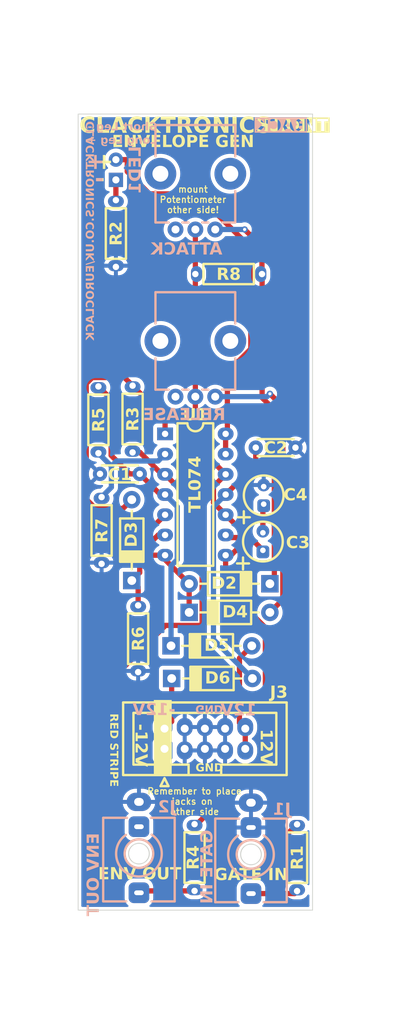
<source format=kicad_pcb>
(kicad_pcb (version 20240108) (generator "pcbnew") (generator_version "8.0")
  (layers (0 "F.Cu" signal) (31 "B.Cu" signal) (34 "B.Paste" user) (35 "F.Paste" user) (36 "B.SilkS" user "B.Silkscreen") (37 "F.SilkS" user "F.Silkscreen") (38 "B.Mask" user) (39 "F.Mask" user) (44 "Edge.Cuts" user))
  (net 0 "")
  (net 1 "-12V")
  (net 2 "GND")
  (net 3 "+12V")
  (net 4 "Net-(U1C-+)")
  (net 5 "Net-(D2-A)")
  (net 6 "Net-(D2-K)")
  (net 7 "Net-(D3-A)")
  (net 8 "Net-(D3-K)")
  (net 9 "Net-(J1-PadT)")
  (net 10 "Net-(D4-A)")
  (net 11 "Net-(LED1-A)")
  (net 12 "Net-(D5-A)")
  (net 13 "Net-(J2-PadT)")
  (net 14 "Net-(C3-Pad2)")
  (net 16 "Net-(U1A--)")
  (net 17 "Net-(U1A-+)")
  (net 18 "Net-(D6-K)")
  (net 19 "Net-(LED1-K)")
  (net 20 "Net-(U1C--)")
  (footprint "BYOM_General:D_TH_DO-41_P10.16mm" (layer "F.Cu") (at 149.38 105 180)
    (property "Reference" "D2" (at 5.775 0 180) (layer "F.SilkS") (effects (font (size 1.5 1.5) (thickness 0.2) (bold yes))))
    (property "Value" "1N5817")
    (fp_line (start 7.8 1.47) (end 7.8 -1.47) (stroke (width 0.3)) (layer "F.SilkS"))
    (fp_line (start 7.8 0) (end 8.75 0) (stroke (width 0.3)) (layer "F.SilkS"))
    (fp_line (start 7.8 -1.47) (end 3.75 -1.5) (stroke (width 0.12)) (layer "F.SilkS"))
    (fp_line (start 7.8 -1.47) (end 2.36 -1.47) (stroke (width 0.3)) (layer "F.SilkS"))
    (fp_line (start 2.36 1.47) (end 7.8 1.47) (stroke (width 0.3)) (layer "F.SilkS"))
    (fp_line (start 2.36 -1.47) (end 2.36 1.47) (stroke (width 0.3)) (layer "F.SilkS"))
    (fp_line (start 1.4 0) (end 2.35 0) (stroke (width 0.3)) (layer "F.SilkS"))
    (fp_poly (pts (xy 2.36 -1.47) (xy 2.36 1.47) (xy 3.75 1.5) (xy 3.75 -1.5)) (stroke (width 0.1)) (fill solid) (layer "F.SilkS"))
    (pad "1" thru_hole rect (at 0 0 180) (size 2.2 2.2) (drill 1.1) (layers "*.Cu" "*.Mask") (net 6 "Net-(D2-K)"))
    (pad "2" thru_hole oval (at 10.16 0 180) (size 2.2 2.2) (drill 1.1) (layers "*.Cu" "*.Mask") (net 5 "Net-(D2-A)"))
  )
  (footprint "BYOM_General:R_Axial_DIN0204_L3.6mm_D1.6mm_P7.62mm_Horizontal" (layer "F.Cu") (at 128.2 102.5 90)
    (property "Reference" "R7" (at 4.191 0.1 90) (layer "F.SilkS") (effects (font (size 1.5 1.5) (thickness 0.2) (bold yes))))
    (property "Value" "10k")
    (fp_line (start 7.366 -1.27) (end 1.016 -1.27) (stroke (width 0.3)) (layer "F.SilkS"))
    (fp_line (start 1.016 -1.27) (end 1.016 1.27) (stroke (width 0.3)) (layer "F.SilkS"))
    (fp_line (start 7.366 1.27) (end 7.366 -1.27) (stroke (width 0.3)) (layer "F.SilkS"))
    (fp_line (start 1.016 1.27) (end 7.366 1.27) (stroke (width 0.3)) (layer "F.SilkS"))
    (pad "1" thru_hole oval (at 0 0 90) (size 1.4 2) (drill 0.8 (offset 0.15 0)) (layers "*.Cu" "*.Mask") (net 2 "GND"))
    (pad "2" thru_hole oval (at 8.382 0 270) (size 1.4 2) (drill 0.8 (offset 0.15 0)) (layers "*.Cu" "*.Mask") (net 16 "Net-(U1A--)"))
  )
  (footprint "BYOM_General:R_Axial_DIN0204_L3.6mm_D1.6mm_P7.62mm_Horizontal" (layer "F.Cu") (at 139.9 135.2 -90)
    (property "Reference" "R4" (at 4.191 0.1 -90) (layer "F.SilkS") (effects (font (size 1.5 1.5) (thickness 0.2) (bold yes))))
    (property "Value" "1k")
    (fp_line (start 1.016 1.27) (end 7.366 1.27) (stroke (width 0.3)) (layer "F.SilkS"))
    (fp_line (start 7.366 1.27) (end 7.366 -1.27) (stroke (width 0.3)) (layer "F.SilkS"))
    (fp_line (start 1.016 -1.27) (end 1.016 1.27) (stroke (width 0.3)) (layer "F.SilkS"))
    (fp_line (start 7.366 -1.27) (end 1.016 -1.27) (stroke (width 0.3)) (layer "F.SilkS"))
    (pad "1" thru_hole oval (at 0 0 270) (size 1.4 2) (drill 0.8 (offset 0.15 0)) (layers "*.Cu" "*.Mask") (net 20 "Net-(U1C--)"))
    (pad "2" thru_hole oval (at 8.382 0 90) (size 1.4 2) (drill 0.8 (offset 0.15 0)) (layers "*.Cu" "*.Mask") (net 13 "Net-(J2-PadT)"))
  )
  (footprint "BYOM_General:D_TH_DO-41_P10.16mm" (layer "F.Cu") (at 132 104.6 90)
    (property "Reference" "D3" (at 5.775 0 90) (layer "F.SilkS") (effects (font (size 1.5 1.5) (thickness 0.2) (bold yes))))
    (property "Value" "1N5817")
    (fp_line (start 7.8 -1.47) (end 3.75 -1.5) (stroke (width 0.12)) (layer "F.SilkS"))
    (fp_line (start 7.8 -1.47) (end 2.36 -1.47) (stroke (width 0.3)) (layer "F.SilkS"))
    (fp_line (start 2.36 -1.47) (end 2.36 1.47) (stroke (width 0.3)) (layer "F.SilkS"))
    (fp_line (start 7.8 0) (end 8.75 0) (stroke (width 0.3)) (layer "F.SilkS"))
    (fp_line (start 1.4 0) (end 2.35 0) (stroke (width 0.3)) (layer "F.SilkS"))
    (fp_line (start 7.8 1.47) (end 7.8 -1.47) (stroke (width 0.3)) (layer "F.SilkS"))
    (fp_line (start 2.36 1.47) (end 7.8 1.47) (stroke (width 0.3)) (layer "F.SilkS"))
    (fp_poly (pts (xy 2.36 -1.47) (xy 2.36 1.47) (xy 3.75 1.5) (xy 3.75 -1.5)) (stroke (width 0.1)) (fill solid) (layer "F.SilkS"))
    (pad "1" thru_hole rect (at 0 0 90) (size 2.2 2.2) (drill 1.1) (layers "*.Cu" "*.Mask") (net 8 "Net-(D3-K)"))
    (pad "2" thru_hole oval (at 10.16 0 90) (size 2.2 2.2) (drill 1.1) (layers "*.Cu" "*.Mask") (net 7 "Net-(D3-A)"))
  )
  (footprint "BYOM_General:R_Axial_DIN0204_L3.6mm_D1.6mm_P7.62mm_Horizontal" (layer "F.Cu") (at 127.8 88.6 90)
    (property "Reference" "R5" (at 4.191 0.1 90) (layer "F.SilkS") (effects (font (size 1.5 1.5) (thickness 0.2) (bold yes))))
    (property "Value" "100k")
    (fp_line (start 7.366 -1.27) (end 1.016 -1.27) (stroke (width 0.3)) (layer "F.SilkS"))
    (fp_line (start 1.016 -1.27) (end 1.016 1.27) (stroke (width 0.3)) (layer "F.SilkS"))
    (fp_line (start 7.366 1.27) (end 7.366 -1.27) (stroke (width 0.3)) (layer "F.SilkS"))
    (fp_line (start 1.016 1.27) (end 7.366 1.27) (stroke (width 0.3)) (layer "F.SilkS"))
    (pad "1" thru_hole oval (at 0 0 90) (size 1.4 2) (drill 0.8 (offset 0.15 0)) (layers "*.Cu" "*.Mask") (net 16 "Net-(U1A--)"))
    (pad "2" thru_hole oval (at 8.382 0 270) (size 1.4 2) (drill 0.8 (offset 0.15 0)) (layers "*.Cu" "*.Mask") (net 3 "+12V"))
  )
  (footprint "BYOM_General:D_TH_DO-41_P10.16mm" (layer "F.Cu") (at 137.02 116.9)
    (property "Reference" "D6" (at 5.775 0 0) (layer "F.SilkS") (effects (font (size 1.5 1.5) (thickness 0.2) (bold yes))))
    (property "Value" "1N5817")
    (fp_line (start 1.4 0) (end 2.35 0) (stroke (width 0.3)) (layer "F.SilkS"))
    (fp_line (start 2.36 -1.47) (end 2.36 1.47) (stroke (width 0.3)) (layer "F.SilkS"))
    (fp_line (start 2.36 1.47) (end 7.8 1.47) (stroke (width 0.3)) (layer "F.SilkS"))
    (fp_line (start 7.8 -1.47) (end 2.36 -1.47) (stroke (width 0.3)) (layer "F.SilkS"))
    (fp_line (start 7.8 -1.47) (end 3.75 -1.5) (stroke (width 0.12)) (layer "F.SilkS"))
    (fp_line (start 7.8 0) (end 8.75 0) (stroke (width 0.3)) (layer "F.SilkS"))
    (fp_line (start 7.8 1.47) (end 7.8 -1.47) (stroke (width 0.3)) (layer "F.SilkS"))
    (fp_poly (pts (xy 2.36 -1.47) (xy 2.36 1.47) (xy 3.75 1.5) (xy 3.75 -1.5)) (stroke (width 0.1)) (fill solid) (layer "F.SilkS"))
    (pad "1" thru_hole rect (at 0 0) (size 2.2 2.2) (drill 1.1) (layers "*.Cu" "*.Mask") (net 18 "Net-(D6-K)"))
    (pad "2" thru_hole oval (at 10.16 0) (size 2.2 2.2) (drill 1.1) (layers "*.Cu" "*.Mask") (net 1 "-12V"))
  )
  (footprint "BYOM_General:R_Axial_DIN0204_L3.6mm_D1.6mm_P7.62mm_Horizontal" (layer "F.Cu") (at 152.8 143.6 90)
    (property "Reference" "R1" (at 4.191 0.1 90) (layer "F.SilkS") (effects (font (size 1.5 1.5) (thickness 0.2) (bold yes))))
    (property "Value" "100k")
    (fp_line (start 7.366 -1.27) (end 1.016 -1.27) (stroke (width 0.3)) (layer "F.SilkS"))
    (fp_line (start 1.016 -1.27) (end 1.016 1.27) (stroke (width 0.3)) (layer "F.SilkS"))
    (fp_line (start 7.366 1.27) (end 7.366 -1.27) (stroke (width 0.3)) (layer "F.SilkS"))
    (fp_line (start 1.016 1.27) (end 7.366 1.27) (stroke (width 0.3)) (layer "F.SilkS"))
    (pad "1" thru_hole oval (at 0 0 90) (size 1.4 2) (drill 0.8 (offset 0.15 0)) (layers "*.Cu" "*.Mask") (net 9 "Net-(J1-PadT)"))
    (pad "2" thru_hole oval (at 8.382 0 270) (size 1.4 2) (drill 0.8 (offset 0.15 0)) (layers "*.Cu" "*.Mask") (net 17 "Net-(U1A-+)"))
  )
  (footprint "BYOM_General:R_Axial_DIN0204_L3.6mm_D1.6mm_P7.62mm_Horizontal" (layer "F.Cu") (at 130 65.2 90)
    (property "Reference" "R2" (at 4.191 0.1 90) (layer "F.SilkS") (effects (font (size 1.5 1.5) (thickness 0.2) (bold yes))))
    (property "Value" "1k")
    (fp_line (start 7.366 -1.27) (end 1.016 -1.27) (stroke (width 0.3)) (layer "F.SilkS"))
    (fp_line (start 1.016 -1.27) (end 1.016 1.27) (stroke (width 0.3)) (layer "F.SilkS"))
    (fp_line (start 7.366 1.27) (end 7.366 -1.27) (stroke (width 0.3)) (layer "F.SilkS"))
    (fp_line (start 1.016 1.27) (end 7.366 1.27) (stroke (width 0.3)) (layer "F.SilkS"))
    (pad "1" thru_hole oval (at 0 0 90) (size 1.4 2) (drill 0.8 (offset 0.15 0)) (layers "*.Cu" "*.Mask") (net 2 "GND"))
    (pad "2" thru_hole oval (at 8.382 0 270) (size 1.4 2) (drill 0.8 (offset 0.15 0)) (layers "*.Cu" "*.Mask") (net 19 "Net-(LED1-K)"))
  )
  (footprint "BYOM_General:C_TH_Disc_P5.00mm" (layer "F.Cu") (at 128 91.2)
    (property "Reference" "C1" (at 2.5 0.15 0) (layer "F.SilkS") (effects (font (size 1.5 1.5) (thickness 0.2) (bold yes))))
    (property "Value" "100n")
    (fp_line (start 0.23 -1.07) (end 0.23 -1.055) (stroke (width 0.12)) (layer "F.SilkS"))
    (fp_line (start 0.23 -1.07) (end 4.77 -1.07) (stroke (width 0.3)) (layer "F.SilkS"))
    (fp_line (start 0.23 1.055) (end 0.23 1.07) (stroke (width 0.12)) (layer "F.SilkS"))
    (fp_line (start 0.23 1.07) (end 4.77 1.07) (stroke (width 0.3)) (layer "F.SilkS"))
    (fp_line (start 4.77 -1.07) (end 4.77 -1.055) (stroke (width 0.12)) (layer "F.SilkS"))
    (fp_line (start 4.77 1.055) (end 4.77 1.07) (stroke (width 0.12)) (layer "F.SilkS"))
    (pad "1" thru_hole circle (at 0 0) (size 1.8 1.8) (drill 0.8) (layers "*.Cu" "*.Mask") (net 2 "GND"))
    (pad "2" thru_hole circle (at 5 0) (size 1.8 1.8) (drill 0.8) (layers "*.Cu" "*.Mask") (net 3 "+12V"))
  )
  (footprint "BYOM_General:D_TH_DO-41_P10.16mm" (layer "F.Cu") (at 139.22 108.6)
    (property "Reference" "D4" (at 5.775 0 0) (layer "F.SilkS") (effects (font (size 1.5 1.5) (thickness 0.2) (bold yes))))
    (property "Value" "1N5817")
    (fp_line (start 1.4 0) (end 2.35 0) (stroke (width 0.3)) (layer "F.SilkS"))
    (fp_line (start 2.36 -1.47) (end 2.36 1.47) (stroke (width 0.3)) (layer "F.SilkS"))
    (fp_line (start 2.36 1.47) (end 7.8 1.47) (stroke (width 0.3)) (layer "F.SilkS"))
    (fp_line (start 7.8 -1.47) (end 2.36 -1.47) (stroke (width 0.3)) (layer "F.SilkS"))
    (fp_line (start 7.8 -1.47) (end 3.75 -1.5) (stroke (width 0.12)) (layer "F.SilkS"))
    (fp_line (start 7.8 0) (end 8.75 0) (stroke (width 0.3)) (layer "F.SilkS"))
    (fp_line (start 7.8 1.47) (end 7.8 -1.47) (stroke (width 0.3)) (layer "F.SilkS"))
    (fp_poly (pts (xy 2.36 -1.47) (xy 2.36 1.47) (xy 3.75 1.5) (xy 3.75 -1.5)) (stroke (width 0.1)) (fill solid) (layer "F.SilkS"))
    (pad "1" thru_hole rect (at 0 0) (size 2.2 2.2) (drill 1.1) (layers "*.Cu" "*.Mask") (net 5 "Net-(D2-A)"))
    (pad "2" thru_hole oval (at 10.16 0) (size 2.2 2.2) (drill 1.1) (layers "*.Cu" "*.Mask") (net 10 "Net-(D4-A)"))
  )
  (footprint "BYOM_General:C_TH_Elec_5mm_P2mm" (layer "F.Cu") (at 148.5 99.7 90)
    (property "Reference" "C3" (at -0.2 4.4 0) (layer "F.SilkS") (effects (font (size 1.5 1.5) (thickness 0.2) (bold yes))))
    (property "Value" "100uF")
    (fp_line (start -2.75 -3.25) (end -2.75 -1.75) (stroke (width 0.3)) (layer "F.SilkS"))
    (fp_line (start -2 -2.5) (end -3.5 -2.5) (stroke (width 0.3)) (layer "F.SilkS"))
    (fp_circle (center 0 0) (end 2.5 0) (stroke (width 0.3)) (fill none) (layer "F.SilkS"))
    (pad "1" thru_hole roundrect (at -1.1 0 270) (size 1.6 1.6) (drill 0.7 (offset 0.2 0)) (layers "*.Cu" "*.Mask") (net 4 "Net-(U1C-+)"))
    (pad "2" thru_hole oval (at 1.1 0 270) (size 1.6 1.6) (drill 0.7 (offset -0.2 0)) (layers "*.Cu" "*.Mask") (net 14 "Net-(C3-Pad2)"))
  )
  (footprint "BYOM_General:D_TH_DO-41_P10.16mm" (layer "F.Cu") (at 136.94 112.8)
    (property "Reference" "D5" (at 5.775 0 0) (layer "F.SilkS") (effects (font (size 1.5 1.5) (thickness 0.2) (bold yes))))
    (property "Value" "1N5817")
    (fp_line (start 1.4 0) (end 2.35 0) (stroke (width 0.3)) (layer "F.SilkS"))
    (fp_line (start 2.36 -1.47) (end 2.36 1.47) (stroke (width 0.3)) (layer "F.SilkS"))
    (fp_line (start 2.36 1.47) (end 7.8 1.47) (stroke (width 0.3)) (layer "F.SilkS"))
    (fp_line (start 7.8 -1.47) (end 2.36 -1.47) (stroke (width 0.3)) (layer "F.SilkS"))
    (fp_line (start 7.8 -1.47) (end 3.75 -1.5) (stroke (width 0.12)) (layer "F.SilkS"))
    (fp_line (start 7.8 0) (end 8.75 0) (stroke (width 0.3)) (layer "F.SilkS"))
    (fp_line (start 7.8 1.47) (end 7.8 -1.47) (stroke (width 0.3)) (layer "F.SilkS"))
    (fp_poly (pts (xy 2.36 -1.47) (xy 2.36 1.47) (xy 3.75 1.5) (xy 3.75 -1.5)) (stroke (width 0.1)) (fill solid) (layer "F.SilkS"))
    (pad "1" thru_hole rect (at 0 0) (size 2.2 2.2) (drill 1.1) (layers "*.Cu" "*.Mask") (net 3 "+12V"))
    (pad "2" thru_hole oval (at 10.16 0) (size 2.2 2.2) (drill 1.1) (layers "*.Cu" "*.Mask") (net 12 "Net-(D5-A)"))
  )
  (footprint "BYOM_General:IDC-Header_2x05_P2.54mm_Vertical" (layer "F.Cu") (at 136.12 125.74 90)
    (property "Reference" "J3" (at 7.04 14.38 180) (layer "F.SilkS") (effects (font (size 1.5 1.5) (thickness 0.2) (bold yes))))
    (property "Value" "IDC 02x05 Header")
    (fp_line (start 5.83 -5.21) (end 5.83 15.37) (stroke (width 0.3)) (layer "F.SilkS"))
    (fp_line (start -3.29 -5.21) (end 5.83 -5.21) (stroke (width 0.3)) (layer "F.SilkS"))
    (fp_line (start 4.52 -3.91) (end 4.52 14.07) (stroke (width 0.3)) (layer "F.SilkS"))
    (fp_line (start -1.98 -3.91) (end 4.52 -3.91) (stroke (width 0.3)) (layer "F.SilkS"))
    (fp_line (start -4.68 -0.5) (end -4.68 0.5) (stroke (width 0.3)) (layer "F.SilkS"))
    (fp_line (start -3.68 0) (end -4.68 -0.5) (stroke (width 0.3)) (layer "F.SilkS"))
    (fp_line (start -4.68 0.5) (end -3.68 0) (stroke (width 0.3)) (layer "F.SilkS"))
    (fp_line (start -1.98 3.03) (end -1.98 -3.91) (stroke (width 0.3)) (layer "F.SilkS"))
    (fp_line (start -3.29 3.03) (end -1.98 3.03) (stroke (width 0.3)) (layer "F.SilkS"))
    (fp_line (start -1.98 7.13) (end -1.98 7.13) (stroke (width 0.3)) (layer "F.SilkS"))
    (fp_line (start -1.98 7.13) (end -3.29 7.13) (stroke (width 0.3)) (layer "F.SilkS"))
    (fp_line (start 4.52 14.07) (end -1.98 14.07) (stroke (width 0.3)) (layer "F.SilkS"))
    (fp_line (start -1.98 14.07) (end -1.98 7.13) (stroke (width 0.3)) (layer "F.SilkS"))
    (fp_line (start 5.83 15.37) (end -3.29 15.37) (stroke (width 0.3)) (layer "F.SilkS"))
    (fp_line (start -3.29 15.37) (end -3.29 -5.21) (stroke (width 0.3)) (layer "F.SilkS"))
    (pad "1" thru_hole roundrect (at 0 0 90) (size 2.3 2) (drill 1 (offset -0.2 0)) (layers "*.Cu" "*.Mask") (roundrect_rratio 0.125) (net 18 "Net-(D6-K)"))
    (pad "2" thru_hole oval (at 2.54 0 90) (size 2.3 2) (drill 1 (offset 0.2 0)) (layers "*.Cu" "*.Mask") (net 18 "Net-(D6-K)"))
    (pad "3" thru_hole oval (at 0 2.54 90) (size 2.3 2) (drill 1 (offset -0.2 0)) (layers "*.Cu" "*.Mask") (net 2 "GND"))
    (pad "4" thru_hole oval (at 2.54 2.54 90) (size 2.3 2) (drill 1 (offset 0.2 0)) (layers "*.Cu" "*.Mask") (net 2 "GND"))
    (pad "5" thru_hole oval (at 0 5.08 90) (size 2.3 2) (drill 1 (offset -0.2 0)) (layers "*.Cu" "*.Mask") (net 2 "GND"))
    (pad "6" thru_hole oval (at 2.54 5.08 90) (size 2.3 2) (drill 1 (offset 0.2 0)) (layers "*.Cu" "*.Mask") (net 2 "GND"))
    (pad "7" thru_hole oval (at 0 7.62 90) (size 2.3 2) (drill 1 (offset -0.2 0)) (layers "*.Cu" "*.Mask") (net 2 "GND"))
    (pad "8" thru_hole oval (at 2.54 7.62 90) (size 2.3 2) (drill 1 (offset 0.2 0)) (layers "*.Cu" "*.Mask") (net 2 "GND"))
    (pad "9" thru_hole oval (at 0 10.16 90) (size 2.3 2) (drill 1 (offset -0.2 0)) (layers "*.Cu" "*.Mask") (net 12 "Net-(D5-A)"))
    (pad "10" thru_hole oval (at 2.54 10.16 90) (size 2.3 2) (drill 1 (offset 0.2 0)) (layers "*.Cu" "*.Mask") (net 12 "Net-(D5-A)"))
  )
  (footprint "BYOM_General:C_TH_Elec_5mm_P2mm" (layer "F.Cu") (at 148.6 93.9 90)
    (property "Reference" "C4" (at 0 4 0) (layer "F.SilkS") (effects (font (size 1.5 1.5) (thickness 0.2) (bold yes))))
    (property "Value" "100uF")
    (fp_line (start -2.75 -3.25) (end -2.75 -1.75) (stroke (width 0.3)) (layer "F.SilkS"))
    (fp_line (start -2 -2.5) (end -3.5 -2.5) (stroke (width 0.3)) (layer "F.SilkS"))
    (fp_circle (center 0 0) (end 2.5 0) (stroke (width 0.3)) (fill none) (layer "F.SilkS"))
    (pad "1" thru_hole roundrect (at -1.1 0 270) (size 1.6 1.6) (drill 0.7 (offset 0.2 0)) (layers "*.Cu" "*.Mask") (net 14 "Net-(C3-Pad2)"))
    (pad "2" thru_hole oval (at 1.1 0 270) (size 1.6 1.6) (drill 0.7 (offset -0.2 0)) (layers "*.Cu" "*.Mask") (net 2 "GND"))
  )
  (footprint "BYOM_General:DIP-14_W7.62mm_LongPads_copy" (layer "F.Cu") (at 136.19 86.175)
    (property "Reference" "U1" (at 3.81 -2.33 0) (layer "F.SilkS") (effects (font (size 1.5 1.5) (thickness 0.2) (bold yes))))
    (property "Value" "TL074")
    (fp_line (start 1.56 -1.33) (end 1.56 16.57) (stroke (width 0.3)) (layer "F.SilkS"))
    (fp_line (start 1.56 16.57) (end 6.06 16.57) (stroke (width 0.3)) (layer "F.SilkS"))
    (fp_line (start 2.81 -1.33) (end 1.56 -1.33) (stroke (width 0.3)) (layer "F.SilkS"))
    (fp_line (start 6.06 -1.33) (end 4.81 -1.33) (stroke (width 0.3)) (layer "F.SilkS"))
    (fp_line (start 6.06 16.57) (end 6.06 -1.33) (stroke (width 0.3)) (layer "F.SilkS"))
    (fp_arc (start 4.81 -1.33) (mid 3.81 -0.33) (end 2.81 -1.33) (stroke (width 0.3)) (layer "F.SilkS"))
    (pad "1" thru_hole rect (at 0 0) (size 2 1.6) (drill 0.8) (layers "*.Cu" "*.Mask") (net 7 "Net-(D3-A)"))
    (pad "2" thru_hole oval (at 0 2.54) (size 2 1.6) (drill 0.8) (layers "*.Cu" "*.Mask") (net 16 "Net-(U1A--)"))
    (pad "3" thru_hole oval (at 0 5.08) (size 2 1.6) (drill 0.8) (layers "*.Cu" "*.Mask") (net 17 "Net-(U1A-+)"))
    (pad "4" thru_hole oval (at 0 7.62) (size 2 1.6) (drill 0.8) (layers "*.Cu" "*.Mask") (net 3 "+12V"))
    (pad "5" thru_hole oval (at 0 10.16) (size 2 1.6) (drill 0.8) (layers "*.Cu" "*.Mask") (net 8 "Net-(D3-K)"))
    (pad "6" thru_hole oval (at 0 12.7) (size 2 1.6) (drill 0.8) (layers "*.Cu" "*.Mask") (net 5 "Net-(D2-A)"))
    (pad "7" thru_hole oval (at 0 15.24) (size 2 1.6) (drill 0.8) (layers "*.Cu" "*.Mask") (net 5 "Net-(D2-A)"))
    (pad "8" thru_hole oval (at 7.62 15.24) (size 2 1.6) (drill 0.8) (layers "*.Cu" "*.Mask") (net 20 "Net-(U1C--)"))
    (pad "9" thru_hole oval (at 7.62 12.7) (size 2 1.6) (drill 0.8) (layers "*.Cu" "*.Mask") (net 20 "Net-(U1C--)"))
    (pad "10" thru_hole oval (at 7.62 10.16) (size 2 1.6) (drill 0.8) (layers "*.Cu" "*.Mask") (net 4 "Net-(U1C-+)"))
    (pad "11" thru_hole oval (at 7.62 7.62) (size 2 1.6) (drill 0.8) (layers "*.Cu" "*.Mask") (net 1 "-12V"))
    (pad "12" thru_hole oval (at 7.62 5.08) (size 2 1.6) (drill 0.8) (layers "*.Cu" "*.Mask") (net 4 "Net-(U1C-+)"))
    (pad "13" thru_hole oval (at 7.62 2.54) (size 2 1.6) (drill 0.8) (layers "*.Cu" "*.Mask") (net 11 "Net-(LED1-A)"))
    (pad "14" thru_hole oval (at 7.62 0) (size 2 1.6) (drill 0.8) (layers "*.Cu" "*.Mask") (net 11 "Net-(LED1-A)"))
  )
  (footprint "BYOM_General:R_Axial_DIN0204_L3.6mm_D1.6mm_P7.62mm_Horizontal" (layer "F.Cu") (at 132.8 116.1 90)
    (property "Reference" "R6" (at 4.191 0.1 90) (layer "F.SilkS") (effects (font (size 1.5 1.5) (thickness 0.2) (bold yes))))
    (property "Value" "100k")
    (fp_line (start 7.366 -1.27) (end 1.016 -1.27) (stroke (width 0.3)) (layer "F.SilkS"))
    (fp_line (start 1.016 -1.27) (end 1.016 1.27) (stroke (width 0.3)) (layer "F.SilkS"))
    (fp_line (start 7.366 1.27) (end 7.366 -1.27) (stroke (width 0.3)) (layer "F.SilkS"))
    (fp_line (start 1.016 1.27) (end 7.366 1.27) (stroke (width 0.3)) (layer "F.SilkS"))
    (pad "1" thru_hole oval (at 0 0 90) (size 1.4 2) (drill 0.8 (offset 0.15 0)) (layers "*.Cu" "*.Mask") (net 2 "GND"))
    (pad "2" thru_hole oval (at 8.382 0 270) (size 1.4 2) (drill 0.8 (offset 0.15 0)) (layers "*.Cu" "*.Mask") (net 8 "Net-(D3-K)"))
  )
  (footprint "BYOM_General:R_Axial_DIN0204_L3.6mm_D1.6mm_P7.62mm_Horizontal" (layer "F.Cu") (at 140 66.1)
    (property "Reference" "R8" (at 4.191 0.1 0) (layer "F.SilkS") (effects (font (size 1.5 1.5) (thickness 0.2) (bold yes))))
    (property "Value" "10k")
    (fp_line (start 1.016 -1.27) (end 1.016 1.27) (stroke (width 0.3)) (layer "F.SilkS"))
    (fp_line (start 1.016 1.27) (end 7.366 1.27) (stroke (width 0.3)) (layer "F.SilkS"))
    (fp_line (start 7.366 -1.27) (end 1.016 -1.27) (stroke (width 0.3)) (layer "F.SilkS"))
    (fp_line (start 7.366 1.27) (end 7.366 -1.27) (stroke (width 0.3)) (layer "F.SilkS"))
    (pad "1" thru_hole oval (at 0 0) (size 1.4 2) (drill 0.8 (offset 0.15 0)) (layers "*.Cu" "*.Mask") (net 4 "Net-(U1C-+)"))
    (pad "2" thru_hole oval (at 8.382 0 180) (size 1.4 2) (drill 0.8 (offset 0.15 0)) (layers "*.Cu" "*.Mask") (net 6 "Net-(D2-K)"))
  )
  (footprint "BYOM_General:C_TH_Disc_P5.00mm" (layer "F.Cu") (at 152.6 87.9 180)
    (property "Reference" "C2" (at 2.5 -0.1 180) (layer "F.SilkS") (effects (font (size 1.5 1.5) (thickness 0.2) (bold yes))))
    (property "Value" "100n")
    (fp_line (start 4.77 1.055) (end 4.77 1.07) (stroke (width 0.12)) (layer "F.SilkS"))
    (fp_line (start 4.77 -1.07) (end 4.77 -1.055) (stroke (width 0.12)) (layer "F.SilkS"))
    (fp_line (start 0.23 1.07) (end 4.77 1.07) (stroke (width 0.3)) (layer "F.SilkS"))
    (fp_line (start 0.23 1.055) (end 0.23 1.07) (stroke (width 0.12)) (layer "F.SilkS"))
    (fp_line (start 0.23 -1.07) (end 4.77 -1.07) (stroke (width 0.3)) (layer "F.SilkS"))
    (fp_line (start 0.23 -1.07) (end 0.23 -1.055) (stroke (width 0.12)) (layer "F.SilkS"))
    (pad "1" thru_hole circle (at 0 0 180) (size 1.8 1.8) (drill 0.8) (layers "*.Cu" "*.Mask") (net 2 "GND"))
    (pad "2" thru_hole circle (at 5 0 180) (size 1.8 1.8) (drill 0.8) (layers "*.Cu" "*.Mask") (net 1 "-12V"))
  )
  (footprint "BYOM_General:R_Axial_DIN0204_L3.6mm_D1.6mm_P7.62mm_Horizontal" (layer "F.Cu") (at 132.1 88.5 90)
    (property "Reference" "R3" (at 4.191 0.1 90) (layer "F.SilkS") (effects (font (size 1.5 1.5) (thickness 0.2) (bold yes))))
    (property "Value" "1M")
    (fp_line (start 7.366 -1.27) (end 1.016 -1.27) (stroke (width 0.3)) (layer "F.SilkS"))
    (fp_line (start 1.016 -1.27) (end 1.016 1.27) (stroke (width 0.3)) (layer "F.SilkS"))
    (fp_line (start 7.366 1.27) (end 7.366 -1.27) (stroke (width 0.3)) (layer "F.SilkS"))
    (fp_line (start 1.016 1.27) (end 7.366 1.27) (stroke (width 0.3)) (layer "F.SilkS"))
    (pad "1" thru_hole oval (at 0 0 90) (size 1.4 2) (drill 0.8 (offset 0.15 0)) (layers "*.Cu" "*.Mask") (net 17 "Net-(U1A-+)"))
    (pad "2" thru_hole oval (at 8.382 0 270) (size 1.4 2) (drill 0.8 (offset 0.15 0)) (layers "*.Cu" "*.Mask") (net 7 "Net-(D3-A)"))
  )
  (footprint "BYOM_General:Jack_3.5mm_QingPu_WQP-PJ398SM_Vertical" (layer "B.Cu") (at 132.9 138.9)
    (property "Reference" "J2" (at 3.5 -5.8 0) (layer "B.SilkS") (effects (font (size 1.5 1.5) (thickness 0.2) (bold yes)) (justify mirror)))
    (property "Value" "AR_ENVELOPE_OUT")
    (fp_line (start -4.5 6) (end -4.5 -4.5) (stroke (width 0.3)) (layer "B.SilkS"))
    (fp_line (start -1.6 6) (end -4.5 6) (stroke (width 0.3)) (layer "B.SilkS"))
    (fp_line (start -1.5 -4.5) (end -4.5 -4.5) (stroke (width 0.3)) (layer "B.SilkS"))
    (fp_line (start 4.5 -4.5) (end 1.5 -4.5) (stroke (width 0.3)) (layer "B.SilkS"))
    (fp_line (start 4.5 6) (end 1.6 6) (stroke (width 0.3)) (layer "B.SilkS"))
    (fp_line (start 4.5 6) (end 4.5 -4.5) (stroke (width 0.3)) (layer "B.SilkS"))
    (fp_arc (start 1.603971 -2.381653) (mid 0.027931 2.871274) (end -1.65 -2.349999) (stroke (width 0.3)) (layer "B.SilkS"))
    (fp_circle (center 0 0) (end -1.8 0) (stroke (width 0.3)) (fill none) (layer "B.SilkS"))
    (fp_circle (center 0 0) (end 1.3 0) (stroke (width 0.12)) (fill none) (layer "Edge.Cuts"))
    (pad "S" thru_hole oval (at 0 -6.5) (size 3.1 2.3) (drill oval 1.2 1) (layers "*.Cu" "*.Mask") (net 2 "GND"))
    (pad "T" thru_hole roundrect (at 0 4.92) (size 2.6 2.6) (drill oval 1.2 0.6) (layers "*.Cu" "*.Mask") (net 13 "Net-(J2-PadT)"))
    (pad "TN" thru_hole roundrect (at 0 -3.38) (size 2.6 2.6) (drill oval 1.2 0.6) (layers "*.Cu" "*.Mask"))
    (zone (net 0) (net_name "") (layers "B.Cu" "B.SilkS") (connect_pads (clearance 0)) (min_thickness 0.25)
      (keepout (tracks not_allowed) (vias not_allowed) (pads not_allowed) (copperpour not_allowed) (footprints not_allowed))
      (fill (thermal_gap 0.5) (thermal_bridge_width 0.5))
      (polygon (pts (xy 134.4 138.9) (xy 134.379542 139.146892) (xy 134.318726 139.387049) (xy 134.219211 139.613921) (xy 134.083711 139.821319) (xy 133.915922 140.003586) (xy 133.720422 140.15575) (xy 133.502543 140.27366) (xy 133.268228 140.3541) (xy 133.023869 140.394877) (xy 132.776131 140.394877) (xy 132.531772 140.3541) (xy 132.297457 140.27366) (xy 132.079578 140.15575) (xy 131.884078 140.003586) (xy 131.716289 139.821319) (xy 131.580789 139.613921) (xy 131.481274 139.387049) (xy 131.420458 139.146892) (xy 131.4 138.9) (xy 131.420458 138.653108) (xy 131.481274 138.412951) (xy 131.580789 138.186079) (xy 131.716289 137.978681) (xy 131.884078 137.796414) (xy 132.079578 137.64425) (xy 132.297457 137.52634) (xy 132.531772 137.4459) (xy 132.776131 137.405123) (xy 133.023869 137.405123) (xy 133.268228 137.4459) (xy 133.502543 137.52634) (xy 133.720422 137.64425) (xy 133.915922 137.796414) (xy 134.083711 137.978681) (xy 134.219211 138.186079) (xy 134.318726 138.412951) (xy 134.379542 138.653108)))
    )
  )
  (footprint "BYOM_General:LED_D3.0mm" (layer "B.Cu") (at 130 53 90)
    (property "Reference" "LED1" (at 0 2.5 -90) (layer "B.SilkS") (effects (font (size 1.5 1.5) (thickness 0.2) (bold yes)) (justify mirror)))
    (property "Value" "LED")
    (pad "1" thru_hole rect (at -1.27 0 90) (size 1.8 1.8) (drill 0.9) (layers "*.Cu" "*.Mask") (net 19 "Net-(LED1-K)"))
    (pad "2" thru_hole circle (at 1.27 0 90) (size 1.8 1.8) (drill 0.9) (layers "*.Cu" "*.Mask") (net 11 "Net-(LED1-A)"))
  )
  (footprint "BYOM_General:Jack_3.5mm_QingPu_WQP-PJ398SM_Vertical" (layer "B.Cu") (at 147 139)
    (property "Reference" "J1" (at 3.9 -5.6 0) (layer "B.SilkS") (effects (font (size 1.5 1.5) (thickness 0.2) (bold yes)) (justify mirror)))
    (property "Value" "GATE_IN")
    (fp_line (start -4.5 6) (end -4.5 -4.5) (stroke (width 0.3)) (layer "B.SilkS"))
    (fp_line (start -1.6 6) (end -4.5 6) (stroke (width 0.3)) (layer "B.SilkS"))
    (fp_line (start -1.5 -4.5) (end -4.5 -4.5) (stroke (width 0.3)) (layer "B.SilkS"))
    (fp_line (start 4.5 -4.5) (end 1.5 -4.5) (stroke (width 0.3)) (layer "B.SilkS"))
    (fp_line (start 4.5 6) (end 1.6 6) (stroke (width 0.3)) (layer "B.SilkS"))
    (fp_line (start 4.5 6) (end 4.5 -4.5) (stroke (width 0.3)) (layer "B.SilkS"))
    (fp_arc (start 1.603971 -2.381653) (mid 0.027931 2.871274) (end -1.65 -2.349999) (stroke (width 0.3)) (layer "B.SilkS"))
    (fp_circle (center 0 0) (end -1.8 0) (stroke (width 0.3)) (fill none) (layer "B.SilkS"))
    (fp_circle (center 0 0) (end 1.3 0) (stroke (width 0.12)) (fill none) (layer "Edge.Cuts"))
    (pad "S" thru_hole oval (at 0 -6.5) (size 3.1 2.3) (drill oval 1.2 1) (layers "*.Cu" "*.Mask") (net 2 "GND"))
    (pad "T" thru_hole roundrect (at 0 4.92) (size 2.6 2.6) (drill oval 1.2 0.6) (layers "*.Cu" "*.Mask") (net 9 "Net-(J1-PadT)"))
    (pad "TN" thru_hole roundrect (at 0 -3.38) (size 2.6 2.6) (drill oval 1.2 0.6) (layers "*.Cu" "*.Mask") (net 2 "GND"))
    (zone (net 0) (net_name "") (layers "B.Cu" "B.SilkS") (connect_pads (clearance 0)) (min_thickness 0.25)
      (keepout (tracks not_allowed) (vias not_allowed) (pads not_allowed) (copperpour not_allowed) (footprints not_allowed))
      (fill (thermal_gap 0.5) (thermal_bridge_width 0.5))
      (polygon (pts (xy 148.5 139) (xy 148.479542 139.246892) (xy 148.418726 139.487049) (xy 148.319211 139.713921) (xy 148.183711 139.921319) (xy 148.015922 140.103586) (xy 147.820422 140.25575) (xy 147.602543 140.37366) (xy 147.368228 140.4541) (xy 147.123869 140.494877) (xy 146.876131 140.494877) (xy 146.631772 140.4541) (xy 146.397457 140.37366) (xy 146.179578 140.25575) (xy 145.984078 140.103586) (xy 145.816289 139.921319) (xy 145.680789 139.713921) (xy 145.581274 139.487049) (xy 145.520458 139.246892) (xy 145.5 139) (xy 145.520458 138.753108) (xy 145.581274 138.512951) (xy 145.680789 138.286079) (xy 145.816289 138.078681) (xy 145.984078 137.896414) (xy 146.179578 137.74425) (xy 146.397457 137.62634) (xy 146.631772 137.5459) (xy 146.876131 137.505123) (xy 147.123869 137.505123) (xy 147.368228 137.5459) (xy 147.602543 137.62634) (xy 147.820422 137.74425) (xy 148.015922 137.896414) (xy 148.183711 138.078681) (xy 148.319211 138.286079) (xy 148.418726 138.512951) (xy 148.479542 138.753108)))
    )
  )
  (footprint "BYOM_General:POT_TH_Alps_RK09K_Single_Vertical" (layer "B.Cu") (at 140 74 180)
    (property "Reference" "RV2" (hide yes))
    (property "Value" "Release")
    (fp_line (start 5.02 5.62) (end 5.02 1.684) (stroke (width 0.3)) (layer "B.SilkS"))
    (fp_line (start 5.02 5.62) (end -5.021 5.62) (stroke (width 0.3)) (layer "B.SilkS"))
    (fp_line (start 5.02 -2.683) (end 5.02 -6.62) (stroke (width 0.3)) (layer "B.SilkS"))
    (fp_line (start 5.02 -6.62) (end 3.37 -6.62) (stroke (width 0.3)) (layer "B.SilkS"))
    (fp_line (start 1.63 -6.62) (end 0.871 -6.62) (stroke (width 0.3)) (layer "B.SilkS"))
    (fp_line (start -0.87 -6.62) (end -1.629 -6.62) (stroke (width 0.3)) (layer "B.SilkS"))
    (fp_line (start -3.371 -6.62) (end -5.021 -6.62) (stroke (width 0.3)) (layer "B.SilkS"))
    (fp_line (start -5.021 5.62) (end -5.021 1.684) (stroke (width 0.3)) (layer "B.SilkS"))
    (fp_line (start -5.021 -2.683) (end -5.021 -6.62) (stroke (width 0.3)) (layer "B.SilkS"))
    (pad "" thru_hole circle (at -4.4 -0.5 90) (size 4 4) (drill 2) (layers "*.Cu" "*.Mask"))
    (pad "" thru_hole circle (at 4.4 -0.5 90) (size 4 4) (drill 2) (layers "*.Cu" "*.Mask"))
    (pad "1" thru_hole circle (at 2.5 -7.5 90) (size 2 2) (drill 1) (layers "*.Cu" "*.Mask"))
    (pad "2" thru_hole circle (at 0 -7.5 180) (size 2 2) (drill 1) (layers "*.Cu" "*.Mask") (net 4 "Net-(U1C-+)"))
    (pad "3" thru_hole circle (at -2.5 -7.5 90) (size 2 2) (drill 1) (layers "*.Cu" "*.Mask") (net 10 "Net-(D4-A)"))
  )
  (footprint "BYOM_General:POT_TH_Alps_RK09K_Single_Vertical" (layer "B.Cu") (at 140 53 180)
    (property "Reference" "RV1" (hide yes))
    (property "Value" "Attack")
    (fp_line (start 5.02 5.62) (end 5.02 1.684) (stroke (width 0.3)) (layer "B.SilkS"))
    (fp_line (start 5.02 5.62) (end -5.021 5.62) (stroke (width 0.3)) (layer "B.SilkS"))
    (fp_line (start 5.02 -2.683) (end 5.02 -6.62) (stroke (width 0.3)) (layer "B.SilkS"))
    (fp_line (start 5.02 -6.62) (end 3.37 -6.62) (stroke (width 0.3)) (layer "B.SilkS"))
    (fp_line (start 1.63 -6.62) (end 0.871 -6.62) (stroke (width 0.3)) (layer "B.SilkS"))
    (fp_line (start -0.87 -6.62) (end -1.629 -6.62) (stroke (width 0.3)) (layer "B.SilkS"))
    (fp_line (start -3.371 -6.62) (end -5.021 -6.62) (stroke (width 0.3)) (layer "B.SilkS"))
    (fp_line (start -5.021 5.62) (end -5.021 1.684) (stroke (width 0.3)) (layer "B.SilkS"))
    (fp_line (start -5.021 -2.683) (end -5.021 -6.62) (stroke (width 0.3)) (layer "B.SilkS"))
    (pad "" thru_hole circle (at -4.4 -0.5 90) (size 4 4) (drill 2) (layers "*.Cu" "*.Mask"))
    (pad "" thru_hole circle (at 4.4 -0.5 90) (size 4 4) (drill 2) (layers "*.Cu" "*.Mask"))
    (pad "1" thru_hole circle (at 2.5 -7.5 90) (size 2 2) (drill 1) (layers "*.Cu" "*.Mask"))
    (pad "2" thru_hole circle (at 0 -7.5 180) (size 2 2) (drill 1) (layers "*.Cu" "*.Mask") (net 4 "Net-(U1C-+)"))
    (pad "3" thru_hole circle (at -2.5 -7.5 90) (size 2 2) (drill 1) (layers "*.Cu" "*.Mask") (net 6 "Net-(D2-K)"))
  )
  (gr_rect (start 134.775 119.6) (end 137.025 129.1) (fill solid) (layer "F.SilkS"))
  (gr_line (start 154.75 46) (end 125.25 46) (stroke (width 0.1)) (layer "Edge.Cuts"))
  (gr_line (start 154.75 146) (end 154.75 46) (stroke (width 0.1)) (layer "Edge.Cuts"))
  (gr_line (start 125.25 46) (end 125.25 146) (stroke (width 0.1)) (layer "Edge.Cuts"))
  (gr_line (start 125.25 146) (end 154.75 146) (stroke (width 0.1)) (layer "Edge.Cuts"))
  (gr_text "GND" (at 140 120.1 180) (layer "B.SilkS") (effects (font (size 1 1)) (justify left bottom mirror)))
  (gr_text "GATE IN" (at 142.4 135.9 90) (layer "B.SilkS") (effects (font (size 1.5 1.5) (thickness 0.3) (bold yes)) (justify left bottom mirror)))
  (gr_text "ATTACK" (at 143.4 63.9 0) (layer "B.SilkS") (effects (font (size 1.5 1.5) (thickness 0.3) (bold yes)) (justify left bottom mirror)))
  (gr_text "Short Leg -\nLong Leg +" (at 130.8 49.9 0) (layer "B.SilkS") (effects (font (size 1 1) (thickness 0.2) (bold yes)) (justify bottom mirror)))
  (gr_text " BACK " (at 154.8 48.4 0) (layer "B.SilkS" knockout) (effects (font (size 1.5 1.5) (thickness 0.2) (bold yes)) (justify left bottom mirror)))
  (gr_text "+" (at 128.6 50.8 -180) (layer "B.SilkS") (effects (font (size 2 2) (thickness 0.3) (bold yes)) (justify left bottom)))
  (gr_text "CLACKTRONICS.CO.UK/EUROCLACK" (at 127.4 46.9 90) (layer "B.SilkS") (effects (font (size 1 1)) (justify left bottom mirror)))
  (gr_text "-" (at 128.5 53.1 -180) (layer "B.SilkS") (effects (font (size 2 2) (thickness 0.3) (bold yes)) (justify left bottom)))
  (gr_text "-12V\n" (at 137.5 121.75 0) (layer "B.SilkS") (effects (font (size 1.5 1.5)) (justify left bottom mirror)))
  (gr_text "ENV OUT" (at 128.1 136.3 90) (layer "B.SilkS") (effects (font (size 1.5 1.5) (thickness 0.3) (bold yes)) (justify left bottom mirror)))
  (gr_text "12V" (at 147.7 121.8 0) (layer "B.SilkS") (effects (font (size 1.5 1.5)) (justify left bottom mirror)))
  (gr_text "RELEASE" (at 143.8 84.7 0) (layer "B.SilkS") (effects (font (size 1.5 1.5) (thickness 0.3) (bold yes)) (justify left bottom mirror)))
  (gr_text "12V" (at 147.97 123.24 -90) (layer "F.SilkS") (effects (font (size 1.5 1.5)) (justify left bottom)))
  (gr_text "Remember to place\njacks on \nother side" (at 139.9 134.1 0) (layer "F.SilkS") (effects (font (size 0.8 0.8)) (justify bottom)))
  (gr_text "+" (at 127.343614 50.8 180) (layer "F.SilkS") (effects (font (size 2 2) (thickness 0.3) (bold yes)) (justify left bottom mirror)))
  (gr_text "GND" (at 140.02 128.74 0) (layer "F.SilkS") (effects (font (size 1 1)) (justify left bottom)))
  (gr_text "TL074" (at 140.9 96.1 90) (layer "F.SilkS") (effects (font (size 1.5 1.5) (thickness 0.3) (bold yes)) (justify left bottom)))
  (gr_text "ENVELOPE GEN" (at 129.5 50.4 0) (layer "F.SilkS") (effects (font (size 1.5 1.5)) (justify left bottom)))
  (gr_text "-12V\n" (at 132.22 122.59 -90) (layer "F.SilkS") (effects (font (size 1.5 1.5)) (justify left bottom)))
  (gr_text " FRONT " (at 148 48.4 0) (layer "F.SilkS" knockout) (effects (font (size 1.5 1.5) (thickness 0.2) (bold yes)) (justify left bottom)))
  (gr_text "CLACKTRONICS" (at 125.4 48.7 0) (layer "F.SilkS") (effects (font (size 2 2)) (justify left bottom)))
  (gr_text "GATE IN" (at 147 141.6 0) (layer "F.SilkS") (effects (font (size 1.5 1.5))))
  (gr_text "-" (at 127.443614 53.1 180) (layer "F.SilkS") (effects (font (size 2 2) (thickness 0.3) (bold yes)) (justify left bottom mirror)))
  (gr_text "mount\nPotentiometer\nother side!" (at 139.7 58.5 0) (layer "F.SilkS") (effects (font (size 0.8 0.8)) (justify bottom)))
  (gr_text "ENV OUT" (at 133 141.5 0) (layer "F.SilkS") (effects (font (size 1.5 1.5))))
  (gr_text "RED STRIPE" (at 129.12 121.29 -90) (layer "F.SilkS") (effects (font (size 1 1)) (justify left bottom)))
  (segment (start 143.81 93.795) (end 147.6 90.005) (width 0.66) (layer "F.Cu") (net 1))
  (segment (start 147.6 90.005) (end 147.6 87.9) (width 0.66) (layer "F.Cu") (net 1))
  (segment (start 147.18 116.9) (end 142.28 112) (width 0.66) (layer "B.Cu") (net 1))
  (segment (start 142.28 112) (end 142.28 95.325) (width 0.66) (layer "B.Cu") (net 1))
  (segment (start 142.28 95.325) (end 143.81 93.795) (width 0.66) (layer "B.Cu") (net 1))
  (segment (start 129.4 81.818) (end 127.8 80.218) (width 0.66) (layer "F.Cu") (net 3))
  (segment (start 129.4 88.872792) (end 129.4 81.818) (width 0.66) (layer "F.Cu") (net 3))
  (segment (start 131.727208 91.2) (end 129.4 88.872792) (width 0.66) (layer "F.Cu") (net 3))
  (segment (start 135.595 93.795) (end 133 91.2) (width 0.66) (layer "F.Cu") (net 3))
  (segment (start 133 91.2) (end 131.727208 91.2) (width 0.66) (layer "F.Cu") (net 3))
  (segment (start 136.94 112.8) (end 136.94 102.745904) (width 0.66) (layer "B.Cu") (net 3))
  (segment (start 137.72 101.965904) (end 137.72 95.325) (width 0.66) (layer "B.Cu") (net 3))
  (segment (start 136.94 102.745904) (end 137.72 101.965904) (width 0.66) (layer "B.Cu") (net 3))
  (segment (start 137.72 95.325) (end 136.19 93.795) (width 0.66) (layer "B.Cu") (net 3))
  (segment (start 143.81 91.255) (end 142.28 92.785) (width 0.66) (layer "F.Cu") (net 4))
  (segment (start 146.175 98.7) (end 143.81 96.335) (width 0.66) (layer "F.Cu") (net 4))
  (segment (start 140 81.5) (end 140 87.445) (width 0.66) (layer "F.Cu") (net 4))
  (segment (start 146.175 98.7) (end 146.4 98.7) (width 0.66) (layer "F.Cu") (net 4))
  (segment (start 140 87.445) (end 143.81 91.255) (width 0.66) (layer "F.Cu") (net 4))
  (segment (start 142.28 94.805) (end 143.81 96.335) (width 0.66) (layer "F.Cu") (net 4))
  (segment (start 146.4 98.7) (end 148.5 100.8) (width 0.66) (layer "F.Cu") (net 4))
  (segment (start 140 60.5) (end 140 65.6) (width 0.66) (layer "F.Cu") (net 4))
  (segment (start 140 66.1) (end 140 65.6) (width 0.66) (layer "F.Cu") (net 4))
  (segment (start 142.28 92.785) (end 142.28 94.805) (width 0.66) (layer "F.Cu") (net 4))
  (segment (start 140 65.6) (end 140 81.5) (width 0.66) (layer "F.Cu") (net 4))
  (segment (start 136.19 101.97) (end 139.22 105) (width 0.66) (layer "F.Cu") (net 5))
  (segment (start 136.19 98.875) (end 135.325 98.875) (width 0.66) (layer "F.Cu") (net 5))
  (segment (start 135.325 98.875) (end 134.2 100) (width 0.66) (layer "F.Cu") (net 5))
  (segment (start 134.2 100) (end 134.2 101.2) (width 0.66) (layer "F.Cu") (net 5))
  (segment (start 134.2 101.2) (end 134.415 101.415) (width 0.66) (layer "F.Cu") (net 5))
  (segment (start 139.22 105) (end 139.22 108.6) (width 0.66) (layer "F.Cu") (net 5))
  (segment (start 136.19 101.415) (end 136.19 101.97) (width 0.66) (layer "F.Cu") (net 5))
  (segment (start 134.415 101.415) (end 136.19 101.415) (width 0.66) (layer "F.Cu") (net 5))
  (segment (start 148.382 66.1) (end 148.382 65.882) (width 0.66) (layer "F.Cu") (net 6))
  (segment (start 149.94 83.168517) (end 148.4 81.628517) (width 0.66) (layer "F.Cu") (net 6))
  (segment (start 148.4 81.628517) (end 148.4 66.118) (width 0.66) (layer "F.Cu") (net 6))
  (segment (start 148.382 65.882) (end 148 65.5) (width 0.66) (layer "F.Cu") (net 6))
  (segment (start 148.1 66.1) (end 148 66) (width 0.66) (layer "F.Cu") (net 6))
  (segment (start 148.382 62.682) (end 146.2 60.5) (width 0.66) (layer "F.Cu") (net 6))
  (segment (start 150.01 104.37) (end 149.94 104.3) (width 0.66) (layer "F.Cu") (net 6))
  (segment (start 148.382 66.1) (end 148.382 62.682) (width 0.66) (layer "F.Cu") (net 6))
  (segment (start 149.94 104.3) (end 149.94 83.168517) (width 0.66) (layer "F.Cu") (net 6))
  (segment (start 148.4 66.118) (end 148.382 66.1) (width 0.66) (layer "F.Cu") (net 6))
  (segment (start 148 66) (end 148 65.5) (width 0.66) (layer "F.Cu") (net 6))
  (via (at 146.2 60.5) (size 0.8) (drill 0.4) (layers "F.Cu" "B.Cu") (net 6))
  (segment (start 146.2 60.5) (end 142.5 60.5) (width 0.66) (layer "B.Cu") (net 6))
  (segment (start 126.27 79.858517) (end 127.028517 79.1) (width 0.66) (layer "F.Cu") (net 7))
  (segment (start 127.432516 95.539999) (end 126.27 94.377483) (width 0.66) (layer "F.Cu") (net 7))
  (segment (start 127.028517 79.1) (end 131.082 79.1) (width 0.66) (layer "F.Cu") (net 7))
  (segment (start 136.19 84.208) (end 132.1 80.118) (width 0.66) (layer "F.Cu") (net 7))
  (segment (start 126.27 94.377483) (end 126.27 79.858517) (width 0.66) (layer "F.Cu") (net 7))
  (segment (start 130.900001 95.539999) (end 127.432516 95.539999) (width 0.66) (layer "F.Cu") (net 7))
  (segment (start 132 94.44) (end 130.900001 95.539999) (width 0.66) (layer "F.Cu") (net 7))
  (segment (start 131.082 79.1) (end 132.1 80.118) (width 0.66) (layer "F.Cu") (net 7))
  (segment (start 136.19 86.175) (end 136.19 84.208) (width 0.66) (layer "F.Cu") (net 7))
  (segment (start 132.8 107.718) (end 132.8 105.4) (width 0.66) (layer "F.Cu") (net 8))
  (segment (start 133 99.525) (end 136.19 96.335) (width 0.66) (layer "F.Cu") (net 8))
  (segment (start 133 103.6) (end 133 99.525) (width 0.66) (layer "F.Cu") (net 8))
  (segment (start 132 104.6) (end 133 103.6) (width 0.66) (layer "F.Cu") (net 8))
  (segment (start 132.8 105.4) (end 132 104.6) (width 0.66) (layer "F.Cu") (net 8))
  (segment (start 147 143.92) (end 152.48 143.92) (width 0.66) (layer "F.Cu") (net 9))
  (segment (start 152.48 143.92) (end 152.8 143.6) (width 0.66) (layer "F.Cu") (net 9))
  (segment (start 150.87 88.807674) (end 151.01 88.667674) (width 0.66) (layer "F.Cu") (net 10))
  (segment (start 151.01 82.769979) (end 149.38 81.139979) (width 0.66) (layer "F.Cu") (net 10))
  (segment (start 151.01 90.132326) (end 150.87 89.992326) (width 0.66) (layer "F.Cu") (net 10))
  (segment (start 151.01 88.667674) (end 151.01 82.769979) (width 0.66) (layer "F.Cu") (net 10))
  (segment (start 151.01 106.97) (end 151.01 90.132326) (width 0.66) (layer "F.Cu") (net 10))
  (segment (start 149.38 108.6) (end 151.01 106.97) (width 0.66) (layer "F.Cu") (net 10))
  (segment (start 150.87 89.992326) (end 150.87 88.807674) (width 0.66) (layer "F.Cu") (net 10))
  (via (at 149.38 81.139979) (size 0.8) (drill 0.4) (layers "F.Cu" "B.Cu") (net 10))
  (segment (start 149.019979 81.5) (end 149.38 81.139979) (width 0.66) (layer "B.Cu") (net 10))
  (segment (start 142.5 81.5) (end 149.019979 81.5) (width 0.66) (layer "B.Cu") (net 10))
  (segment (start 143.81 86.175) (end 143.81 88.715) (width 0.66) (layer "F.Cu") (net 11))
  (segment (start 146.98 75.497961) (end 146.98 62.816253) (width 0.66) (layer "F.Cu") (net 11))
  (segment (start 131.43 51.887208) (end 131.272792 51.73) (width 0.66) (layer "F.Cu") (net 11))
  (segment (start 131.272792 51.73) (end 130 51.73) (width 0.66) (layer "F.Cu") (net 11))
  (segment (start 140.193747 56.03) (end 134.23 56.03) (width 0.66) (layer "F.Cu") (net 11))
  (segment (start 146.98 62.816253) (end 140.193747 56.03) (width 0.66) (layer "F.Cu") (net 11))
  (segment (start 144.03 78.447961) (end 146.98 75.497961) (width 0.66) (layer "F.Cu") (net 11))
  (segment (start 131.43 53.23) (end 131.43 51.887208) (width 0.66) (layer "F.Cu") (net 11))
  (segment (start 134.23 56.03) (end 131.43 53.23) (width 0.66) (layer "F.Cu") (net 11))
  (segment (start 144.03 85.955) (end 144.03 78.447961) (width 0.66) (layer "F.Cu") (net 11))
  (segment (start 145.55 122.47) (end 146.28 123.2) (width 0.66) (layer "F.Cu") (net 12))
  (segment (start 145.55 114.35) (end 145.55 122.47) (width 0.66) (layer "F.Cu") (net 12))
  (segment (start 147.1 112.8) (end 145.55 114.35) (width 0.66) (layer "F.Cu") (net 12))
  (segment (start 146.28 123.2) (end 146.28 125.74) (width 0.66) (layer "F.Cu") (net 12))
  (segment (start 133.138 143.582) (end 139.9 143.582) (width 0.66) (layer "F.Cu") (net 13))
  (segment (start 148.5 95.1) (end 148.6 95) (width 0.66) (layer "F.Cu") (net 14))
  (segment (start 148.5 98.6) (end 148.5 95.1) (width 0.66) (layer "F.Cu") (net 14))
  (segment (start 148.6 98.5) (end 148.5 98.6) (width 0.66) (layer "F.Cu") (net 14))
  (segment (start 129.43 92.888) (end 129.43 90.23) (width 0.66) (layer "B.Cu") (net 16))
  (segment (start 136.19 88.715) (end 135.325 89.58) (width 0.66) (layer "B.Cu") (net 16))
  (segment (start 135.325 89.58) (end 130.08 89.58) (width 0.66) (layer "B.Cu") (net 16))
  (segment (start 128.2 94.118) (end 129.43 92.888) (width 0.66) (layer "B.Cu") (net 16))
  (segment (start 130.08 89.58) (end 129.43 90.23) (width 0.66) (layer "B.Cu") (net 16))
  (segment (start 129.43 90.23) (end 127.8 88.6) (width 0.66) (layer "B.Cu") (net 16))
  (segment (start 132.1 88.5) (end 133.028776 88.5) (width 0.66) (layer "F.Cu") (net 17))
  (segment (start 130.4 116.08) (end 136.25 110.23) (width 0.66) (layer "F.Cu") (net 17))
  (segment (start 148 141.5) (end 132.1 141.5) (width 0.66) (layer "F.Cu") (net 17))
  (segment (start 130.4 139.8) (end 130.4 116.08) (width 0.66) (layer "F.Cu") (net 17))
  (segment (start 152.8 135.218) (end 150.8 137.218) (width 0.66) (layer "F.Cu") (net 17))
  (segment (start 132.1 141.5) (end 130.4 139.8) (width 0.66) (layer "F.Cu") (net 17))
  (segment (start 140.85 110.23) (end 140.85 95.915) (width 0.66) (layer "F.Cu") (net 17))
  (segment (start 133.028776 88.5) (end 135.783776 91.255) (width 0.66) (layer "F.Cu") (net 17))
  (segment (start 140.85 95.915) (end 136.19 91.255) (width 0.66) (layer "F.Cu") (net 17))
  (segment (start 150.8 137.218) (end 150.8 138.7) (width 0.66) (layer "F.Cu") (net 17))
  (segment (start 136.25 110.23) (end 140.85 110.23) (width 0.66) (layer "F.Cu") (net 17))
  (segment (start 150.8 138.7) (end 148 141.5) (width 0.66) (layer "F.Cu") (net 17))
  (segment (start 137.02 122.3) (end 136.12 123.2) (width 0.66) (layer "F.Cu") (net 18))
  (segment (start 136.12 123.2) (end 136.12 125.74) (width 0.66) (layer "F.Cu") (net 18))
  (segment (start 137.02 116.9) (end 137.02 122.3) (width 0.66) (layer "F.Cu") (net 18))
  (segment (start 130 54.27) (end 130 56.818) (width 0.66) (layer "F.Cu") (net 19))
  (segment (start 143.81 105.51) (end 143.81 101.415) (width 0.66) (layer "F.Cu") (net 20))
  (segment (start 139.9 135.2) (end 140.2 135.2) (width 0.66) (layer "F.Cu") (net 20))
  (segment (start 148.81 126.59) (end 148.81 110.51) (width 0.66) (layer "F.Cu") (net 20))
  (segment (start 140.2 135.2) (end 148.81 126.59) (width 0.66) (layer "F.Cu") (net 20))
  (segment (start 148.81 110.51) (end 143.81 105.51) (width 0.66) (layer "F.Cu") (net 20))
  (segment (start 144.485 101.415) (end 145.4 100.5) (width 0.66) (layer "F.Cu") (net 20))
  (segment (start 145.4 99.2) (end 144.135 99.2) (width 0.66) (layer "F.Cu") (net 20))
  (segment (start 143.81 101.415) (end 144.485 101.415) (width 0.66) (layer "F.Cu") (net 20))
  (segment (start 145.4 100.5) (end 145.4 99.2) (width 0.66) (layer "F.Cu") (net 20))
  (zone (net 2) (net_name "GND") (layer "B.Cu") (connect_pads (clearance 0.5)) (min_thickness 0.25) (fill yes (thermal_gap 0.5) (thermal_bridge_width 0.5))
    (polygon (pts (xy 155.25 146.25) (xy 124.75 146.5) (xy 124.75 45.75) (xy 155.25 45.75)))
  )
)
</source>
